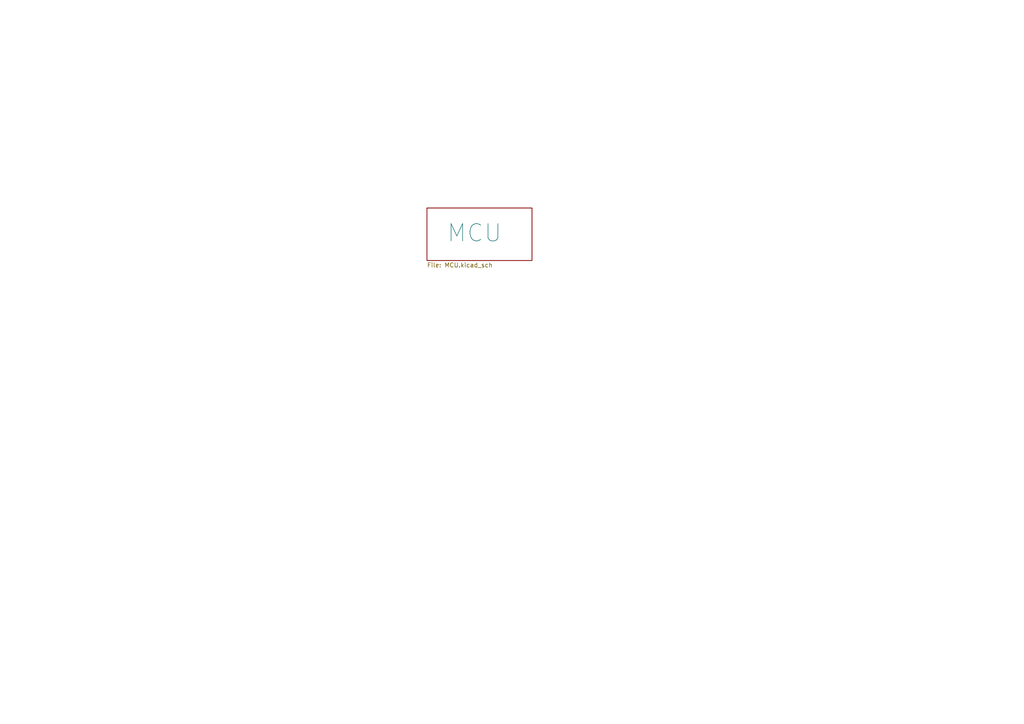
<source format=kicad_sch>
(kicad_sch
	(version 20231120)
	(generator "eeschema")
	(generator_version "8.0")
	(uuid "314af396-fc31-4fe3-9f85-bbd0c4bf0b50")
	(paper "A4")
	(title_block
		(title "Capibator")
		(date "2024-01-19")
		(rev "1.1")
		(company "capistor.com")
	)
	(lib_symbols)
	(sheet
		(at 123.825 60.325)
		(size 30.48 15.24)
		(stroke
			(width 0.1524)
			(type solid)
		)
		(fill
			(color 0 0 0 0.0000)
		)
		(uuid "6d26da2f-4df7-46b4-abe0-c85ffa1a5908")
		(property "Sheetname" "MCU"
			(at 129.54 70.485 0)
			(effects
				(font
					(size 5 5)
				)
				(justify left bottom)
			)
		)
		(property "Sheetfile" "MCU.kicad_sch"
			(at 123.825 76.1496 0)
			(effects
				(font
					(size 1.27 1.27)
				)
				(justify left top)
			)
		)
		(instances
			(project "Capibator_PCB"
				(path "/314af396-fc31-4fe3-9f85-bbd0c4bf0b50"
					(page "2")
				)
			)
		)
	)
	(sheet_instances
		(path "/"
			(page "1")
		)
	)
)
</source>
